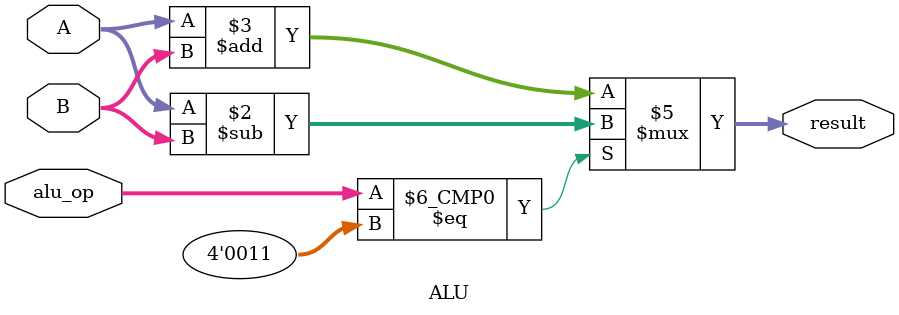
<source format=v>
module ALU(
    input [7:0]A,
    input [7:0]B,
    input [3:0]alu_op,
    output reg [7:0]result

);

always @(*) begin
    case (alu_op)

        
        4'b0011: result = A - B; 

        default: result = A + B;  
    endcase
end
    
endmodule

</source>
